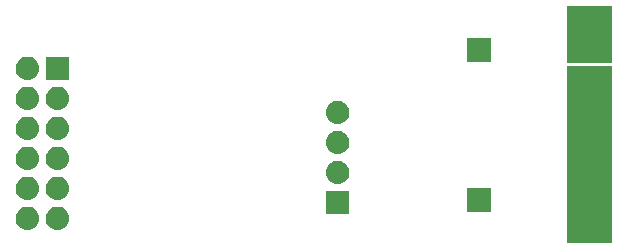
<source format=gbs>
G04 #@! TF.GenerationSoftware,KiCad,Pcbnew,(5.1.4)-1*
G04 #@! TF.CreationDate,2020-10-15T04:09:33+01:00*
G04 #@! TF.ProjectId,buffer,62756666-6572-42e6-9b69-6361645f7063,rev?*
G04 #@! TF.SameCoordinates,Original*
G04 #@! TF.FileFunction,Soldermask,Bot*
G04 #@! TF.FilePolarity,Negative*
%FSLAX46Y46*%
G04 Gerber Fmt 4.6, Leading zero omitted, Abs format (unit mm)*
G04 Created by KiCad (PCBNEW (5.1.4)-1) date 2020-10-15 04:09:33*
%MOMM*%
%LPD*%
G04 APERTURE LIST*
%ADD10C,0.100000*%
G04 APERTURE END LIST*
D10*
G36*
X87300200Y-44229161D02*
G01*
X87302698Y-44254523D01*
X87310096Y-44278909D01*
X87310200Y-44279104D01*
X87310200Y-49199160D01*
X83510200Y-49199160D01*
X83510200Y-44239159D01*
X83507702Y-44213797D01*
X83500304Y-44189411D01*
X83500200Y-44189216D01*
X83500200Y-34189160D01*
X87300200Y-34189160D01*
X87300200Y-44229161D01*
X87300200Y-44229161D01*
G37*
G36*
X40549836Y-46090830D02*
G01*
X40738332Y-46148009D01*
X40912058Y-46240868D01*
X41064328Y-46365832D01*
X41189292Y-46518102D01*
X41282151Y-46691828D01*
X41339330Y-46880324D01*
X41358638Y-47076360D01*
X41339330Y-47272396D01*
X41282151Y-47460892D01*
X41189292Y-47634618D01*
X41064328Y-47786888D01*
X40912058Y-47911852D01*
X40738332Y-48004711D01*
X40549836Y-48061890D01*
X40402920Y-48076360D01*
X40304680Y-48076360D01*
X40157764Y-48061890D01*
X39969268Y-48004711D01*
X39795542Y-47911852D01*
X39643272Y-47786888D01*
X39518308Y-47634618D01*
X39425449Y-47460892D01*
X39368270Y-47272396D01*
X39348962Y-47076360D01*
X39368270Y-46880324D01*
X39425449Y-46691828D01*
X39518308Y-46518102D01*
X39643272Y-46365832D01*
X39795542Y-46240868D01*
X39969268Y-46148009D01*
X40157764Y-46090830D01*
X40304680Y-46076360D01*
X40402920Y-46076360D01*
X40549836Y-46090830D01*
X40549836Y-46090830D01*
G37*
G36*
X38009836Y-46090830D02*
G01*
X38198332Y-46148009D01*
X38372058Y-46240868D01*
X38524328Y-46365832D01*
X38649292Y-46518102D01*
X38742151Y-46691828D01*
X38799330Y-46880324D01*
X38818638Y-47076360D01*
X38799330Y-47272396D01*
X38742151Y-47460892D01*
X38649292Y-47634618D01*
X38524328Y-47786888D01*
X38372058Y-47911852D01*
X38198332Y-48004711D01*
X38009836Y-48061890D01*
X37862920Y-48076360D01*
X37764680Y-48076360D01*
X37617764Y-48061890D01*
X37429268Y-48004711D01*
X37255542Y-47911852D01*
X37103272Y-47786888D01*
X36978308Y-47634618D01*
X36885449Y-47460892D01*
X36828270Y-47272396D01*
X36808962Y-47076360D01*
X36828270Y-46880324D01*
X36885449Y-46691828D01*
X36978308Y-46518102D01*
X37103272Y-46365832D01*
X37255542Y-46240868D01*
X37429268Y-46148009D01*
X37617764Y-46090830D01*
X37764680Y-46076360D01*
X37862920Y-46076360D01*
X38009836Y-46090830D01*
X38009836Y-46090830D01*
G37*
G36*
X65077400Y-46730160D02*
G01*
X63077400Y-46730160D01*
X63077400Y-44730160D01*
X65077400Y-44730160D01*
X65077400Y-46730160D01*
X65077400Y-46730160D01*
G37*
G36*
X77033180Y-46504100D02*
G01*
X75033180Y-46504100D01*
X75033180Y-44504100D01*
X77033180Y-44504100D01*
X77033180Y-46504100D01*
X77033180Y-46504100D01*
G37*
G36*
X38009836Y-43550830D02*
G01*
X38198332Y-43608009D01*
X38372058Y-43700868D01*
X38524328Y-43825832D01*
X38649292Y-43978102D01*
X38742151Y-44151828D01*
X38799330Y-44340324D01*
X38818638Y-44536360D01*
X38799330Y-44732396D01*
X38742151Y-44920892D01*
X38649292Y-45094618D01*
X38524328Y-45246888D01*
X38372058Y-45371852D01*
X38198332Y-45464711D01*
X38009836Y-45521890D01*
X37862920Y-45536360D01*
X37764680Y-45536360D01*
X37617764Y-45521890D01*
X37429268Y-45464711D01*
X37255542Y-45371852D01*
X37103272Y-45246888D01*
X36978308Y-45094618D01*
X36885449Y-44920892D01*
X36828270Y-44732396D01*
X36808962Y-44536360D01*
X36828270Y-44340324D01*
X36885449Y-44151828D01*
X36978308Y-43978102D01*
X37103272Y-43825832D01*
X37255542Y-43700868D01*
X37429268Y-43608009D01*
X37617764Y-43550830D01*
X37764680Y-43536360D01*
X37862920Y-43536360D01*
X38009836Y-43550830D01*
X38009836Y-43550830D01*
G37*
G36*
X40549836Y-43550830D02*
G01*
X40738332Y-43608009D01*
X40912058Y-43700868D01*
X41064328Y-43825832D01*
X41189292Y-43978102D01*
X41282151Y-44151828D01*
X41339330Y-44340324D01*
X41358638Y-44536360D01*
X41339330Y-44732396D01*
X41282151Y-44920892D01*
X41189292Y-45094618D01*
X41064328Y-45246888D01*
X40912058Y-45371852D01*
X40738332Y-45464711D01*
X40549836Y-45521890D01*
X40402920Y-45536360D01*
X40304680Y-45536360D01*
X40157764Y-45521890D01*
X39969268Y-45464711D01*
X39795542Y-45371852D01*
X39643272Y-45246888D01*
X39518308Y-45094618D01*
X39425449Y-44920892D01*
X39368270Y-44732396D01*
X39348962Y-44536360D01*
X39368270Y-44340324D01*
X39425449Y-44151828D01*
X39518308Y-43978102D01*
X39643272Y-43825832D01*
X39795542Y-43700868D01*
X39969268Y-43608009D01*
X40157764Y-43550830D01*
X40304680Y-43536360D01*
X40402920Y-43536360D01*
X40549836Y-43550830D01*
X40549836Y-43550830D01*
G37*
G36*
X64273436Y-42204630D02*
G01*
X64461932Y-42261809D01*
X64635658Y-42354668D01*
X64787928Y-42479632D01*
X64912892Y-42631902D01*
X65005751Y-42805628D01*
X65062930Y-42994124D01*
X65082238Y-43190160D01*
X65062930Y-43386196D01*
X65005751Y-43574692D01*
X64912892Y-43748418D01*
X64787928Y-43900688D01*
X64635658Y-44025652D01*
X64461932Y-44118511D01*
X64273436Y-44175690D01*
X64126520Y-44190160D01*
X64028280Y-44190160D01*
X63881364Y-44175690D01*
X63692868Y-44118511D01*
X63519142Y-44025652D01*
X63366872Y-43900688D01*
X63241908Y-43748418D01*
X63149049Y-43574692D01*
X63091870Y-43386196D01*
X63072562Y-43190160D01*
X63091870Y-42994124D01*
X63149049Y-42805628D01*
X63241908Y-42631902D01*
X63366872Y-42479632D01*
X63519142Y-42354668D01*
X63692868Y-42261809D01*
X63881364Y-42204630D01*
X64028280Y-42190160D01*
X64126520Y-42190160D01*
X64273436Y-42204630D01*
X64273436Y-42204630D01*
G37*
G36*
X40549836Y-41010830D02*
G01*
X40738332Y-41068009D01*
X40912058Y-41160868D01*
X41064328Y-41285832D01*
X41189292Y-41438102D01*
X41282151Y-41611828D01*
X41339330Y-41800324D01*
X41358638Y-41996360D01*
X41339330Y-42192396D01*
X41282151Y-42380892D01*
X41189292Y-42554618D01*
X41064328Y-42706888D01*
X40912058Y-42831852D01*
X40738332Y-42924711D01*
X40549836Y-42981890D01*
X40402920Y-42996360D01*
X40304680Y-42996360D01*
X40157764Y-42981890D01*
X39969268Y-42924711D01*
X39795542Y-42831852D01*
X39643272Y-42706888D01*
X39518308Y-42554618D01*
X39425449Y-42380892D01*
X39368270Y-42192396D01*
X39348962Y-41996360D01*
X39368270Y-41800324D01*
X39425449Y-41611828D01*
X39518308Y-41438102D01*
X39643272Y-41285832D01*
X39795542Y-41160868D01*
X39969268Y-41068009D01*
X40157764Y-41010830D01*
X40304680Y-40996360D01*
X40402920Y-40996360D01*
X40549836Y-41010830D01*
X40549836Y-41010830D01*
G37*
G36*
X38009836Y-41010830D02*
G01*
X38198332Y-41068009D01*
X38372058Y-41160868D01*
X38524328Y-41285832D01*
X38649292Y-41438102D01*
X38742151Y-41611828D01*
X38799330Y-41800324D01*
X38818638Y-41996360D01*
X38799330Y-42192396D01*
X38742151Y-42380892D01*
X38649292Y-42554618D01*
X38524328Y-42706888D01*
X38372058Y-42831852D01*
X38198332Y-42924711D01*
X38009836Y-42981890D01*
X37862920Y-42996360D01*
X37764680Y-42996360D01*
X37617764Y-42981890D01*
X37429268Y-42924711D01*
X37255542Y-42831852D01*
X37103272Y-42706888D01*
X36978308Y-42554618D01*
X36885449Y-42380892D01*
X36828270Y-42192396D01*
X36808962Y-41996360D01*
X36828270Y-41800324D01*
X36885449Y-41611828D01*
X36978308Y-41438102D01*
X37103272Y-41285832D01*
X37255542Y-41160868D01*
X37429268Y-41068009D01*
X37617764Y-41010830D01*
X37764680Y-40996360D01*
X37862920Y-40996360D01*
X38009836Y-41010830D01*
X38009836Y-41010830D01*
G37*
G36*
X64273436Y-39664630D02*
G01*
X64461932Y-39721809D01*
X64635658Y-39814668D01*
X64787928Y-39939632D01*
X64912892Y-40091902D01*
X65005751Y-40265628D01*
X65062930Y-40454124D01*
X65082238Y-40650160D01*
X65062930Y-40846196D01*
X65005751Y-41034692D01*
X64912892Y-41208418D01*
X64787928Y-41360688D01*
X64635658Y-41485652D01*
X64461932Y-41578511D01*
X64273436Y-41635690D01*
X64126520Y-41650160D01*
X64028280Y-41650160D01*
X63881364Y-41635690D01*
X63692868Y-41578511D01*
X63519142Y-41485652D01*
X63366872Y-41360688D01*
X63241908Y-41208418D01*
X63149049Y-41034692D01*
X63091870Y-40846196D01*
X63072562Y-40650160D01*
X63091870Y-40454124D01*
X63149049Y-40265628D01*
X63241908Y-40091902D01*
X63366872Y-39939632D01*
X63519142Y-39814668D01*
X63692868Y-39721809D01*
X63881364Y-39664630D01*
X64028280Y-39650160D01*
X64126520Y-39650160D01*
X64273436Y-39664630D01*
X64273436Y-39664630D01*
G37*
G36*
X38009836Y-38470830D02*
G01*
X38198332Y-38528009D01*
X38372058Y-38620868D01*
X38524328Y-38745832D01*
X38649292Y-38898102D01*
X38742151Y-39071828D01*
X38799330Y-39260324D01*
X38818638Y-39456360D01*
X38799330Y-39652396D01*
X38742151Y-39840892D01*
X38649292Y-40014618D01*
X38524328Y-40166888D01*
X38372058Y-40291852D01*
X38198332Y-40384711D01*
X38009836Y-40441890D01*
X37862920Y-40456360D01*
X37764680Y-40456360D01*
X37617764Y-40441890D01*
X37429268Y-40384711D01*
X37255542Y-40291852D01*
X37103272Y-40166888D01*
X36978308Y-40014618D01*
X36885449Y-39840892D01*
X36828270Y-39652396D01*
X36808962Y-39456360D01*
X36828270Y-39260324D01*
X36885449Y-39071828D01*
X36978308Y-38898102D01*
X37103272Y-38745832D01*
X37255542Y-38620868D01*
X37429268Y-38528009D01*
X37617764Y-38470830D01*
X37764680Y-38456360D01*
X37862920Y-38456360D01*
X38009836Y-38470830D01*
X38009836Y-38470830D01*
G37*
G36*
X40549836Y-38470830D02*
G01*
X40738332Y-38528009D01*
X40912058Y-38620868D01*
X41064328Y-38745832D01*
X41189292Y-38898102D01*
X41282151Y-39071828D01*
X41339330Y-39260324D01*
X41358638Y-39456360D01*
X41339330Y-39652396D01*
X41282151Y-39840892D01*
X41189292Y-40014618D01*
X41064328Y-40166888D01*
X40912058Y-40291852D01*
X40738332Y-40384711D01*
X40549836Y-40441890D01*
X40402920Y-40456360D01*
X40304680Y-40456360D01*
X40157764Y-40441890D01*
X39969268Y-40384711D01*
X39795542Y-40291852D01*
X39643272Y-40166888D01*
X39518308Y-40014618D01*
X39425449Y-39840892D01*
X39368270Y-39652396D01*
X39348962Y-39456360D01*
X39368270Y-39260324D01*
X39425449Y-39071828D01*
X39518308Y-38898102D01*
X39643272Y-38745832D01*
X39795542Y-38620868D01*
X39969268Y-38528009D01*
X40157764Y-38470830D01*
X40304680Y-38456360D01*
X40402920Y-38456360D01*
X40549836Y-38470830D01*
X40549836Y-38470830D01*
G37*
G36*
X64273436Y-37124630D02*
G01*
X64461932Y-37181809D01*
X64635658Y-37274668D01*
X64787928Y-37399632D01*
X64912892Y-37551902D01*
X65005751Y-37725628D01*
X65062930Y-37914124D01*
X65082238Y-38110160D01*
X65062930Y-38306196D01*
X65005751Y-38494692D01*
X64912892Y-38668418D01*
X64787928Y-38820688D01*
X64635658Y-38945652D01*
X64461932Y-39038511D01*
X64273436Y-39095690D01*
X64126520Y-39110160D01*
X64028280Y-39110160D01*
X63881364Y-39095690D01*
X63692868Y-39038511D01*
X63519142Y-38945652D01*
X63366872Y-38820688D01*
X63241908Y-38668418D01*
X63149049Y-38494692D01*
X63091870Y-38306196D01*
X63072562Y-38110160D01*
X63091870Y-37914124D01*
X63149049Y-37725628D01*
X63241908Y-37551902D01*
X63366872Y-37399632D01*
X63519142Y-37274668D01*
X63692868Y-37181809D01*
X63881364Y-37124630D01*
X64028280Y-37110160D01*
X64126520Y-37110160D01*
X64273436Y-37124630D01*
X64273436Y-37124630D01*
G37*
G36*
X38009836Y-35930830D02*
G01*
X38198332Y-35988009D01*
X38372058Y-36080868D01*
X38524328Y-36205832D01*
X38649292Y-36358102D01*
X38742151Y-36531828D01*
X38799330Y-36720324D01*
X38818638Y-36916360D01*
X38799330Y-37112396D01*
X38742151Y-37300892D01*
X38649292Y-37474618D01*
X38524328Y-37626888D01*
X38372058Y-37751852D01*
X38198332Y-37844711D01*
X38009836Y-37901890D01*
X37862920Y-37916360D01*
X37764680Y-37916360D01*
X37617764Y-37901890D01*
X37429268Y-37844711D01*
X37255542Y-37751852D01*
X37103272Y-37626888D01*
X36978308Y-37474618D01*
X36885449Y-37300892D01*
X36828270Y-37112396D01*
X36808962Y-36916360D01*
X36828270Y-36720324D01*
X36885449Y-36531828D01*
X36978308Y-36358102D01*
X37103272Y-36205832D01*
X37255542Y-36080868D01*
X37429268Y-35988009D01*
X37617764Y-35930830D01*
X37764680Y-35916360D01*
X37862920Y-35916360D01*
X38009836Y-35930830D01*
X38009836Y-35930830D01*
G37*
G36*
X40549836Y-35930830D02*
G01*
X40738332Y-35988009D01*
X40912058Y-36080868D01*
X41064328Y-36205832D01*
X41189292Y-36358102D01*
X41282151Y-36531828D01*
X41339330Y-36720324D01*
X41358638Y-36916360D01*
X41339330Y-37112396D01*
X41282151Y-37300892D01*
X41189292Y-37474618D01*
X41064328Y-37626888D01*
X40912058Y-37751852D01*
X40738332Y-37844711D01*
X40549836Y-37901890D01*
X40402920Y-37916360D01*
X40304680Y-37916360D01*
X40157764Y-37901890D01*
X39969268Y-37844711D01*
X39795542Y-37751852D01*
X39643272Y-37626888D01*
X39518308Y-37474618D01*
X39425449Y-37300892D01*
X39368270Y-37112396D01*
X39348962Y-36916360D01*
X39368270Y-36720324D01*
X39425449Y-36531828D01*
X39518308Y-36358102D01*
X39643272Y-36205832D01*
X39795542Y-36080868D01*
X39969268Y-35988009D01*
X40157764Y-35930830D01*
X40304680Y-35916360D01*
X40402920Y-35916360D01*
X40549836Y-35930830D01*
X40549836Y-35930830D01*
G37*
G36*
X38009836Y-33390830D02*
G01*
X38198332Y-33448009D01*
X38372058Y-33540868D01*
X38524328Y-33665832D01*
X38649292Y-33818102D01*
X38742151Y-33991828D01*
X38799330Y-34180324D01*
X38818638Y-34376360D01*
X38799330Y-34572396D01*
X38742151Y-34760892D01*
X38649292Y-34934618D01*
X38524328Y-35086888D01*
X38372058Y-35211852D01*
X38198332Y-35304711D01*
X38009836Y-35361890D01*
X37862920Y-35376360D01*
X37764680Y-35376360D01*
X37617764Y-35361890D01*
X37429268Y-35304711D01*
X37255542Y-35211852D01*
X37103272Y-35086888D01*
X36978308Y-34934618D01*
X36885449Y-34760892D01*
X36828270Y-34572396D01*
X36808962Y-34376360D01*
X36828270Y-34180324D01*
X36885449Y-33991828D01*
X36978308Y-33818102D01*
X37103272Y-33665832D01*
X37255542Y-33540868D01*
X37429268Y-33448009D01*
X37617764Y-33390830D01*
X37764680Y-33376360D01*
X37862920Y-33376360D01*
X38009836Y-33390830D01*
X38009836Y-33390830D01*
G37*
G36*
X41353800Y-35376360D02*
G01*
X39353800Y-35376360D01*
X39353800Y-33376360D01*
X41353800Y-33376360D01*
X41353800Y-35376360D01*
X41353800Y-35376360D01*
G37*
G36*
X87300200Y-33929160D02*
G01*
X83500200Y-33929160D01*
X83500200Y-29089160D01*
X87300200Y-29089160D01*
X87300200Y-33929160D01*
X87300200Y-33929160D01*
G37*
G36*
X77040800Y-33801560D02*
G01*
X75040800Y-33801560D01*
X75040800Y-31801560D01*
X77040800Y-31801560D01*
X77040800Y-33801560D01*
X77040800Y-33801560D01*
G37*
M02*

</source>
